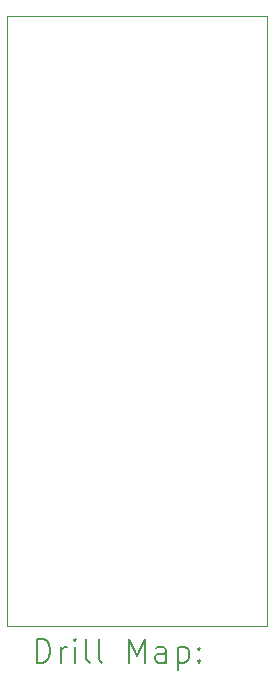
<source format=gbr>
%FSLAX45Y45*%
G04 Gerber Fmt 4.5, Leading zero omitted, Abs format (unit mm)*
G04 Created by KiCad (PCBNEW (6.0.1)) date 2022-03-17 16:21:22*
%MOMM*%
%LPD*%
G01*
G04 APERTURE LIST*
%TA.AperFunction,Profile*%
%ADD10C,0.050000*%
%TD*%
%ADD11C,0.200000*%
G04 APERTURE END LIST*
D10*
X15865200Y-5016500D02*
X15865200Y-10173600D01*
X13665200Y-10173600D02*
X15865200Y-10173600D01*
X13665200Y-5016500D02*
X13665200Y-10173600D01*
X13665200Y-5016500D02*
X15865200Y-5016500D01*
D11*
X13920319Y-10486576D02*
X13920319Y-10286576D01*
X13967938Y-10286576D01*
X13996509Y-10296100D01*
X14015557Y-10315148D01*
X14025081Y-10334195D01*
X14034605Y-10372290D01*
X14034605Y-10400862D01*
X14025081Y-10438957D01*
X14015557Y-10458005D01*
X13996509Y-10477052D01*
X13967938Y-10486576D01*
X13920319Y-10486576D01*
X14120319Y-10486576D02*
X14120319Y-10353243D01*
X14120319Y-10391338D02*
X14129843Y-10372290D01*
X14139367Y-10362767D01*
X14158414Y-10353243D01*
X14177462Y-10353243D01*
X14244128Y-10486576D02*
X14244128Y-10353243D01*
X14244128Y-10286576D02*
X14234605Y-10296100D01*
X14244128Y-10305624D01*
X14253652Y-10296100D01*
X14244128Y-10286576D01*
X14244128Y-10305624D01*
X14367938Y-10486576D02*
X14348890Y-10477052D01*
X14339367Y-10458005D01*
X14339367Y-10286576D01*
X14472700Y-10486576D02*
X14453652Y-10477052D01*
X14444128Y-10458005D01*
X14444128Y-10286576D01*
X14701271Y-10486576D02*
X14701271Y-10286576D01*
X14767938Y-10429433D01*
X14834605Y-10286576D01*
X14834605Y-10486576D01*
X15015557Y-10486576D02*
X15015557Y-10381814D01*
X15006033Y-10362767D01*
X14986986Y-10353243D01*
X14948890Y-10353243D01*
X14929843Y-10362767D01*
X15015557Y-10477052D02*
X14996509Y-10486576D01*
X14948890Y-10486576D01*
X14929843Y-10477052D01*
X14920319Y-10458005D01*
X14920319Y-10438957D01*
X14929843Y-10419910D01*
X14948890Y-10410386D01*
X14996509Y-10410386D01*
X15015557Y-10400862D01*
X15110795Y-10353243D02*
X15110795Y-10553243D01*
X15110795Y-10362767D02*
X15129843Y-10353243D01*
X15167938Y-10353243D01*
X15186986Y-10362767D01*
X15196509Y-10372290D01*
X15206033Y-10391338D01*
X15206033Y-10448481D01*
X15196509Y-10467529D01*
X15186986Y-10477052D01*
X15167938Y-10486576D01*
X15129843Y-10486576D01*
X15110795Y-10477052D01*
X15291748Y-10467529D02*
X15301271Y-10477052D01*
X15291748Y-10486576D01*
X15282224Y-10477052D01*
X15291748Y-10467529D01*
X15291748Y-10486576D01*
X15291748Y-10362767D02*
X15301271Y-10372290D01*
X15291748Y-10381814D01*
X15282224Y-10372290D01*
X15291748Y-10362767D01*
X15291748Y-10381814D01*
M02*

</source>
